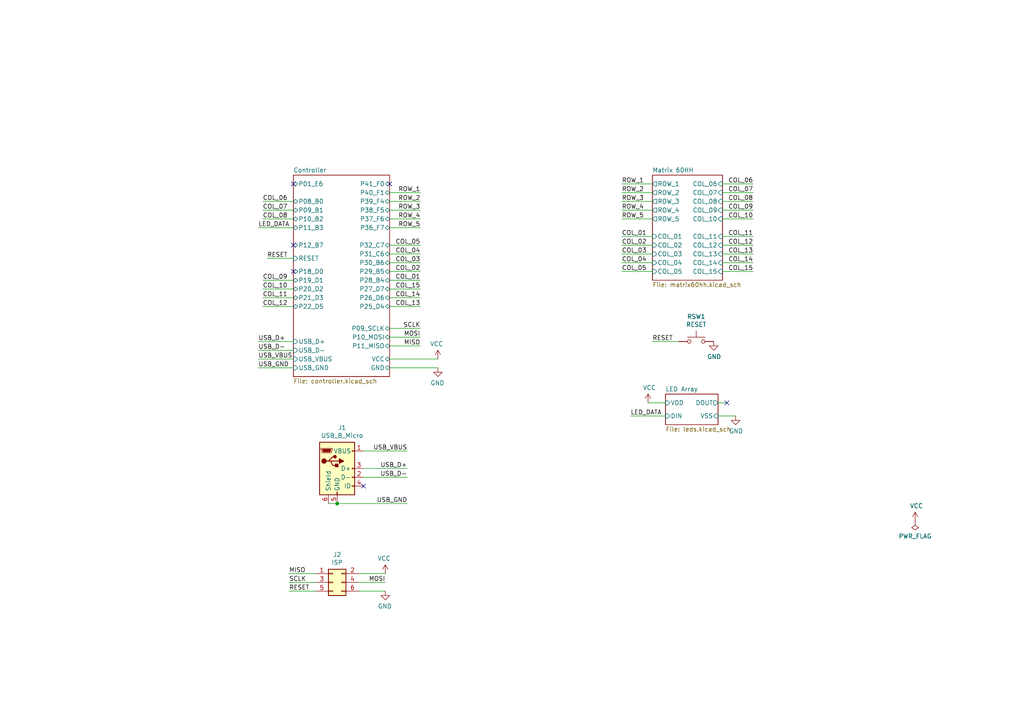
<source format=kicad_sch>
(kicad_sch (version 20211123) (generator eeschema)
  (paper "A4")
  (title_block (title "YUIOP60HH") (date "2022-02-05") (rev "5") (company "KaoriYa"))
  (lib_symbols
    (symbol "Connector:USB_B_Micro" (pin_names (offset 1.016))
      (property "Reference" "J" (at -5.08 11.43 0))
      (property "Value" "USB_B_Micro" (at -5.08 8.89 0))
      (symbol "USB_B_Micro_0_1"
        (rectangle (start -5.08 -7.62) (end 5.08 7.62) (stroke (width 0.254)) (fill (type background)))
        (circle (center -3.81 2.159) (radius 0.635) (stroke (width 0.254)) (fill (type outline)))
        (circle (center -0.635 3.429) (radius 0.381) (stroke (width 0.254)) (fill (type outline)))
        (rectangle (start -0.127 -7.62) (end 0.127 -6.858))
        (polyline (pts (xy -1.905 2.159) (xy 0.635 2.159)) (stroke (width 0.254)))
        (polyline (pts (xy -3.175 2.159) (xy -2.54 2.159) (xy -1.27 3.429) (xy -0.635 3.429)) (stroke (width 0.254)))
        (polyline (pts (xy -2.54 2.159) (xy -1.905 2.159) (xy -1.27 0.889) (xy 0 0.889)) (stroke (width 0.254)))
        (polyline (pts (xy 0.635 2.794) (xy 0.635 1.524) (xy 1.905 2.159) (xy 0.635 2.794)) (stroke (width 0.254)) (fill (type outline)))
        (polyline (pts (xy -4.318 5.588) (xy -1.778 5.588) (xy -2.032 4.826) (xy -4.064 4.826) (xy -4.318 5.588)) (fill (type outline)))
        (polyline (pts (xy -4.699 5.842) (xy -4.699 5.588) (xy -4.445 4.826) (xy -4.445 4.572) (xy -1.651 4.572) (xy -1.651 4.826) (xy -1.397 5.588) (xy -1.397 5.842) (xy -4.699 5.842)))
        (rectangle (start 0.254 1.27) (end -0.508 0.508) (stroke (width 0.254)) (fill (type outline)))
        (rectangle (start 5.08 -5.207) (end 4.318 -4.953))
        (rectangle (start 5.08 -2.667) (end 4.318 -2.413))
        (rectangle (start 5.08 -0.127) (end 4.318 0.127))
        (rectangle (start 5.08 4.953) (end 4.318 5.207))
      )
      (symbol "USB_B_Micro_1_1"
        (pin power_out line (at 7.62 5.08 180) (length 2.54) (name "VBUS") (number "1"))
        (pin bidirectional line (at 7.62 -2.54 180) (length 2.54) (name "D-") (number "2"))
        (pin bidirectional line (at 7.62 0 180) (length 2.54) (name "D+") (number "3"))
        (pin passive line (at 7.62 -5.08 180) (length 2.54) (name "ID") (number "4"))
        (pin power_out line (at 0 -10.16 90) (length 2.54) (name "GND") (number "5"))
        (pin passive line (at -2.54 -10.16 90) (length 2.54) (name "Shield") (number "6"))
      )
    )
    (symbol "Connector_Generic:Conn_02x03_Odd_Even" (pin_names (offset 1.016) hide)
      (property "Reference" "J" (at 1.27 5.08 0))
      (property "Value" "Conn_02x03_Odd_Even" (at 1.27 -5.08 0))
      (symbol "Conn_02x03_Odd_Even_1_1"
        (rectangle (start -1.27 -2.413) (end 0 -2.667) (stroke (width 0.1524)))
        (rectangle (start -1.27 0.127) (end 0 -0.127) (stroke (width 0.1524)))
        (rectangle (start -1.27 2.667) (end 0 2.413) (stroke (width 0.1524)))
        (rectangle (start -1.27 3.81) (end 3.81 -3.81) (stroke (width 0.254)) (fill (type background)))
        (rectangle (start 3.81 -2.413) (end 2.54 -2.667) (stroke (width 0.1524)))
        (rectangle (start 3.81 0.127) (end 2.54 -0.127) (stroke (width 0.1524)))
        (rectangle (start 3.81 2.667) (end 2.54 2.413) (stroke (width 0.1524)))
        (pin passive line (at -5.08 2.54 0) (length 3.81) (name "Pin_1") (number "1"))
        (pin passive line (at 7.62 2.54 180) (length 3.81) (name "Pin_2") (number "2"))
        (pin passive line (at -5.08 0 0) (length 3.81) (name "Pin_3") (number "3"))
        (pin passive line (at 7.62 0 180) (length 3.81) (name "Pin_4") (number "4"))
        (pin passive line (at -5.08 -2.54 0) (length 3.81) (name "Pin_5") (number "5"))
        (pin passive line (at 7.62 -2.54 180) (length 3.81) (name "Pin_6") (number "6"))
      )
    )
    (symbol "Switch:SW_Push" (pin_numbers hide) (pin_names (offset 1.016) hide)
      (property "Reference" "SW" (at 1.27 2.54 0))
      (property "Value" "SW_Push" (at 0 -1.524 0))
      (symbol "SW_Push_0_1"
        (circle (center -2.032 0) (radius 0.508))
        (polyline (pts (xy 0 1.27) (xy 0 3.048)))
        (polyline (pts (xy 2.54 1.27) (xy -2.54 1.27)))
        (circle (center 2.032 0) (radius 0.508))
        (pin passive line (at -5.08 0 0) (length 2.54) (name "1") (number "1"))
        (pin passive line (at 5.08 0 180) (length 2.54) (name "2") (number "2"))
      )
    )
    (symbol "power:GND" (power) (pin_names (offset 0))
      (property "Value" "GND" (at 0 -3.81 0))
      (symbol "GND_0_1"
        (polyline (pts (xy 0 0) (xy 0 -1.27) (xy 1.27 -1.27) (xy 0 -2.54) (xy -1.27 -1.27) (xy 0 -1.27)))
      )
      (symbol "GND_1_1"
        (pin power_in line (at 0 0 270) (length 0) hide (name "GND") (number "1"))
      )
    )
    (symbol "power:PWR_FLAG" (power) (pin_numbers hide) (pin_names (offset 0) hide)
      (property "Value" "PWR_FLAG" (at 0 3.81 0))
      (symbol "PWR_FLAG_0_0"
        (pin power_out line (at 0 0 90) (length 0) (name "pwr") (number "1"))
      )
      (symbol "PWR_FLAG_0_1"
        (polyline (pts (xy 0 0) (xy 0 1.27) (xy -1.016 1.905) (xy 0 2.54) (xy 1.016 1.905) (xy 0 1.27)))
      )
    )
    (symbol "power:VCC" (power) (pin_names (offset 0))
      (property "Value" "VCC" (at 0 3.81 0))
      (symbol "VCC_0_1"
        (polyline (pts (xy -0.762 1.27) (xy 0 2.54)))
        (polyline (pts (xy 0 0) (xy 0 2.54)))
        (polyline (pts (xy 0 2.54) (xy 0.762 1.27)))
      )
      (symbol "VCC_1_1"
        (pin power_in line (at 0 0 90) (length 0) hide (name "VCC") (number "1"))
      )
    )
  )
  (junction (at 97.79 146.05))
  (no_connect (at 105.41 140.97))
  (no_connect (at 210.82 116.84))
  (no_connect (at 85.09 71.12))
  (no_connect (at 85.09 53.34))
  (no_connect (at 113.03 53.34))
  (no_connect (at 85.09 78.74))
  (wire (pts (xy 121.92 76.2) (xy 113.03 76.2)))
  (wire (pts (xy 210.82 116.84) (xy 208.28 116.84)))
  (wire (pts (xy 218.44 78.74) (xy 209.55 78.74)))
  (wire (pts (xy 76.2 88.9) (xy 85.09 88.9)))
  (wire (pts (xy 113.03 106.68) (xy 127 106.68)))
  (wire (pts (xy 121.92 55.88) (xy 113.03 55.88)))
  (wire (pts (xy 121.92 73.66) (xy 113.03 73.66)))
  (wire (pts (xy 121.92 81.28) (xy 113.03 81.28)))
  (wire (pts (xy 121.92 60.96) (xy 113.03 60.96)))
  (wire (pts (xy 83.82 166.37) (xy 91.44 166.37)))
  (wire (pts (xy 76.2 86.36) (xy 85.09 86.36)))
  (wire (pts (xy 218.44 60.96) (xy 209.55 60.96)))
  (wire (pts (xy 121.92 97.79) (xy 113.03 97.79)))
  (wire (pts (xy 74.93 104.14) (xy 85.09 104.14)))
  (wire (pts (xy 74.93 101.6) (xy 85.09 101.6)))
  (wire (pts (xy 74.93 66.04) (xy 85.09 66.04)))
  (wire (pts (xy 218.44 55.88) (xy 209.55 55.88)))
  (wire (pts (xy 77.47 74.93) (xy 85.09 74.93)))
  (wire (pts (xy 121.92 88.9) (xy 113.03 88.9)))
  (wire (pts (xy 83.82 171.45) (xy 91.44 171.45)))
  (wire (pts (xy 180.34 78.74) (xy 189.23 78.74)))
  (wire (pts (xy 118.11 135.89) (xy 105.41 135.89)))
  (wire (pts (xy 180.34 53.34) (xy 189.23 53.34)))
  (wire (pts (xy 180.34 68.58) (xy 189.23 68.58)))
  (wire (pts (xy 76.2 63.5) (xy 85.09 63.5)))
  (wire (pts (xy 121.92 100.33) (xy 113.03 100.33)))
  (wire (pts (xy 127 104.14) (xy 113.03 104.14)))
  (wire (pts (xy 121.92 71.12) (xy 113.03 71.12)))
  (wire (pts (xy 121.92 66.04) (xy 113.03 66.04)))
  (wire (pts (xy 111.76 166.37) (xy 104.14 166.37)))
  (wire (pts (xy 180.34 63.5) (xy 189.23 63.5)))
  (wire (pts (xy 218.44 53.34) (xy 209.55 53.34)))
  (wire (pts (xy 218.44 73.66) (xy 209.55 73.66)))
  (wire (pts (xy 97.79 146.05) (xy 118.11 146.05)))
  (wire (pts (xy 121.92 63.5) (xy 113.03 63.5)))
  (wire (pts (xy 121.92 95.25) (xy 113.03 95.25)))
  (wire (pts (xy 189.23 99.06) (xy 196.85 99.06)))
  (wire (pts (xy 104.14 171.45) (xy 111.76 171.45)))
  (wire (pts (xy 76.2 81.28) (xy 85.09 81.28)))
  (wire (pts (xy 180.34 55.88) (xy 189.23 55.88)))
  (wire (pts (xy 85.09 99.06) (xy 74.93 99.06)))
  (wire (pts (xy 208.28 120.65) (xy 213.36 120.65)))
  (wire (pts (xy 121.92 58.42) (xy 113.03 58.42)))
  (wire (pts (xy 180.34 76.2) (xy 189.23 76.2)))
  (wire (pts (xy 218.44 68.58) (xy 209.55 68.58)))
  (wire (pts (xy 180.34 58.42) (xy 189.23 58.42)))
  (wire (pts (xy 121.92 83.82) (xy 113.03 83.82)))
  (wire (pts (xy 180.34 73.66) (xy 189.23 73.66)))
  (wire (pts (xy 182.88 120.65) (xy 193.04 120.65)))
  (wire (pts (xy 218.44 58.42) (xy 209.55 58.42)))
  (wire (pts (xy 76.2 60.96) (xy 85.09 60.96)))
  (wire (pts (xy 218.44 76.2) (xy 209.55 76.2)))
  (wire (pts (xy 180.34 60.96) (xy 189.23 60.96)))
  (wire (pts (xy 121.92 78.74) (xy 113.03 78.74)))
  (wire (pts (xy 76.2 83.82) (xy 85.09 83.82)))
  (wire (pts (xy 95.25 146.05) (xy 97.79 146.05)))
  (wire (pts (xy 218.44 71.12) (xy 209.55 71.12)))
  (wire (pts (xy 76.2 58.42) (xy 85.09 58.42)))
  (wire (pts (xy 104.14 168.91) (xy 111.76 168.91)))
  (wire (pts (xy 121.92 86.36) (xy 113.03 86.36)))
  (wire (pts (xy 74.93 106.68) (xy 85.09 106.68)))
  (wire (pts (xy 218.44 63.5) (xy 209.55 63.5)))
  (wire (pts (xy 118.11 138.43) (xy 105.41 138.43)))
  (wire (pts (xy 187.96 116.84) (xy 193.04 116.84)))
  (wire (pts (xy 118.11 130.81) (xy 105.41 130.81)))
  (wire (pts (xy 91.44 168.91) (xy 83.82 168.91)))
  (wire (pts (xy 180.34 71.12) (xy 189.23 71.12)))
  (label "ROW_5" (at 180.34 63.5 0))
  (label "COL_14" (at 218.44 76.2 180))
  (label "MISO" (at 83.82 166.37 0))
  (label "COL_05" (at 180.34 78.74 0))
  (label "ROW_3" (at 180.34 58.42 0))
  (label "USB_D+" (at 118.11 135.89 180))
  (label "COL_11" (at 76.2 86.36 0))
  (label "ROW_4" (at 180.34 60.96 0))
  (label "COL_15" (at 218.44 78.74 180))
  (label "USB_GND" (at 74.93 106.68 0))
  (label "SCLK" (at 121.92 95.25 180))
  (label "COL_05" (at 121.92 71.12 180))
  (label "USB_D+" (at 74.93 99.06 0))
  (label "COL_01" (at 121.92 81.28 180))
  (label "COL_09" (at 76.2 81.28 0))
  (label "COL_06" (at 218.44 53.34 180))
  (label "ROW_4" (at 121.92 63.5 180))
  (label "COL_10" (at 218.44 63.5 180))
  (label "COL_11" (at 218.44 68.58 180))
  (label "COL_07" (at 218.44 55.88 180))
  (label "SCLK" (at 83.82 168.91 0))
  (label "COL_03" (at 180.34 73.66 0))
  (label "USB_D-" (at 118.11 138.43 180))
  (label "COL_12" (at 218.44 71.12 180))
  (label "ROW_1" (at 180.34 53.34 0))
  (label "COL_07" (at 76.2 60.96 0))
  (label "RESET" (at 77.47 74.93 0))
  (label "USB_VBUS" (at 118.11 130.81 180))
  (label "USB_VBUS" (at 74.93 104.14 0))
  (label "COL_13" (at 218.44 73.66 180))
  (label "MOSI" (at 111.76 168.91 180))
  (label "COL_03" (at 121.92 76.2 180))
  (label "MISO" (at 121.92 100.33 180))
  (label "COL_12" (at 76.2 88.9 0))
  (label "COL_13" (at 121.92 88.9 180))
  (label "COL_06" (at 76.2 58.42 0))
  (label "COL_15" (at 121.92 83.82 180))
  (label "ROW_5" (at 121.92 66.04 180))
  (label "ROW_1" (at 121.92 55.88 180))
  (label "ROW_2" (at 121.92 58.42 180))
  (label "ROW_3" (at 121.92 60.96 180))
  (label "MOSI" (at 121.92 97.79 180))
  (label "RESET" (at 189.23 99.06 0))
  (label "COL_01" (at 180.34 68.58 0))
  (label "COL_09" (at 218.44 60.96 180))
  (label "COL_02" (at 180.34 71.12 0))
  (label "LED_DATA" (at 74.93 66.04 0))
  (label "USB_D-" (at 74.93 101.6 0))
  (label "COL_08" (at 76.2 63.5 0))
  (label "LED_DATA" (at 182.88 120.65 0))
  (label "COL_04" (at 121.92 73.66 180))
  (label "ROW_2" (at 180.34 55.88 0))
  (label "COL_14" (at 121.92 86.36 180))
  (label "COL_04" (at 180.34 76.2 0))
  (label "COL_08" (at 218.44 58.42 180))
  (label "COL_02" (at 121.92 78.74 180))
  (label "USB_GND" (at 118.11 146.05 180))
  (label "COL_10" (at 76.2 83.82 0))
  (label "RESET" (at 83.82 171.45 0))
  (symbol (lib_id "power:VCC") (at 265.43 151.13 0) (unit 1)
    (property "Reference" "#PWR0106" (effects hide))
    (property "Value" "VCC" (at 265.811 146.7358 0))
  )
  (symbol (lib_id "power:PWR_FLAG") (at 265.43 151.13 180) (unit 1)
    (property "Reference" "#FLG0101" (effects hide))
    (property "Value" "PWR_FLAG" (at 265.43 155.5242 0))
  )
  (symbol (lib_id "Switch:SW_Push") (at 201.93 99.06 0) (unit 1)
    (property "Reference" "RSW1" (at 201.93 91.821 0))
    (property "Value" "RESET" (at 201.93 94.1324 0))
    (property "Footprint" "Button_Switch_SMD:SW_Push_1P1T_NO_6x6mm_H9.5mm" (effects hide))
    (property "Datasheet" "https://akizukidenshi.com/catalog/g/gP-09361/" (effects hide))
  )
  (symbol (lib_id "power:VCC") (at 187.96 116.84 0) (unit 1)
    (property "Reference" "#PWR0101" (effects hide))
    (property "Value" "VCC" (at 188.341 112.4458 0))
  )
  (symbol (lib_id "power:GND") (at 213.36 120.65 0) (unit 1)
    (property "Reference" "#PWR0102" (effects hide))
    (property "Value" "GND" (at 213.487 125.0442 0))
  )
  (symbol (lib_id "power:GND") (at 207.01 99.06 0) (unit 1)
    (property "Reference" "#PWR0103" (effects hide))
    (property "Value" "GND" (at 207.137 103.4542 0))
  )
  (symbol (lib_id "Connector:USB_B_Micro") (at 97.79 135.89 0) (unit 1)
    (property "Reference" "J1" (at 99.2378 124.0282 0))
    (property "Value" "USB_B_Micro" (at 99.2378 126.3396 0))
    (property "Footprint" "Connector_USB:USB_Micro-B_Amphenol_10103594-0001LF_Horizontal" (effects hide))
  )
  (symbol (lib_id "power:VCC") (at 127 104.14 0) (mirror y) (unit 1)
    (property "Reference" "#PWR0104" (effects hide))
    (property "Value" "VCC" (at 126.619 99.7458 0))
  )
  (symbol (lib_id "power:GND") (at 127 106.68 0) (mirror y) (unit 1)
    (property "Reference" "#PWR0105" (effects hide))
    (property "Value" "GND" (at 126.873 111.0742 0))
  )
  (symbol (lib_id "Connector_Generic:Conn_02x03_Odd_Even") (at 96.52 168.91 0) (unit 1)
    (property "Reference" "J2" (at 97.79 160.8582 0))
    (property "Value" "ISP" (at 97.79 163.1696 0))
    (property "Footprint" "Connector_PinHeader_2.54mm:PinHeader_2x03_P2.54mm_Vertical" (effects hide))
  )
  (symbol (lib_id "power:VCC") (at 111.76 166.37 0) (mirror y) (unit 1)
    (property "Reference" "#PWR0107" (effects hide))
    (property "Value" "VCC" (at 111.379 161.9758 0))
  )
  (symbol (lib_id "power:GND") (at 111.76 171.45 0) (mirror y) (unit 1)
    (property "Reference" "#PWR0108" (effects hide))
    (property "Value" "GND" (at 111.633 175.8442 0))
  )
  (sheet (at 193.04 114.3) (size 15.24 8.89)
    (property "Sheet name" "LED Array" (at 193.04 113.5884 0) (effects (justify left bottom)))
    (property "Sheet file" "leds.kicad_sch" (at 193.04 123.7746 0) (effects (justify left top)))
    (pin "VDD" input (at 193.04 116.84 180))
    (pin "VSS" input (at 208.28 120.65 0))
    (pin "DIN" input (at 193.04 120.65 180))
    (pin "DOUT" output (at 208.28 116.84 0))
  )
  (sheet (at 85.09 50.8) (size 27.94 58.42)
    (property "Sheet name" "Controller" (at 85.09 50.0884 0) (effects (justify left bottom)))
    (property "Sheet file" "controller.kicad_sch" (at 85.09 109.8046 0) (effects (justify left top)))
    (pin "P08_B0" bidirectional (at 85.09 58.42 180))
    (pin "P28_B4" bidirectional (at 113.03 81.28 0))
    (pin "P29_B5" bidirectional (at 113.03 78.74 0))
    (pin "P30_B6" bidirectional (at 113.03 76.2 0))
    (pin "P12_B7" bidirectional (at 85.09 71.12 180))
    (pin "P31_C6" bidirectional (at 113.03 73.66 0))
    (pin "P32_C7" bidirectional (at 113.03 71.12 0))
    (pin "P18_D0" bidirectional (at 85.09 78.74 180))
    (pin "P19_D1" bidirectional (at 85.09 81.28 180))
    (pin "P20_D2" bidirectional (at 85.09 83.82 180))
    (pin "P21_D3" bidirectional (at 85.09 86.36 180))
    (pin "P25_D4" bidirectional (at 113.03 88.9 0))
    (pin "P22_D5" bidirectional (at 85.09 88.9 180))
    (pin "P26_D6" bidirectional (at 113.03 86.36 0))
    (pin "P27_D7" bidirectional (at 113.03 83.82 0))
    (pin "P01_E6" bidirectional (at 85.09 53.34 180))
    (pin "P41_F0" bidirectional (at 113.03 53.34 0))
    (pin "P40_F1" bidirectional (at 113.03 55.88 0))
    (pin "P39_F4" bidirectional (at 113.03 58.42 0))
    (pin "P38_F5" bidirectional (at 113.03 60.96 0))
    (pin "P37_F6" bidirectional (at 113.03 63.5 0))
    (pin "P36_F7" bidirectional (at 113.03 66.04 0))
    (pin "VCC" bidirectional (at 113.03 104.14 0))
    (pin "GND" bidirectional (at 113.03 106.68 0))
    (pin "RESET" input (at 85.09 74.93 180))
    (pin "USB_VBUS" input (at 85.09 104.14 180))
    (pin "USB_D+" input (at 85.09 99.06 180))
    (pin "USB_D-" input (at 85.09 101.6 180))
    (pin "USB_GND" input (at 85.09 106.68 180))
    (pin "P09_B1" bidirectional (at 85.09 60.96 180))
    (pin "P10_B2" bidirectional (at 85.09 63.5 180))
    (pin "P10_MOSI" bidirectional (at 113.03 97.79 0))
    (pin "P11_B3" bidirectional (at 85.09 66.04 180))
    (pin "P11_MISO" bidirectional (at 113.03 100.33 0))
    (pin "P09_SCLK" bidirectional (at 113.03 95.25 0))
  )
  (sheet (at 189.23 50.8) (size 20.32 30.48)
    (property "Sheet name" "Matrix 60HH" (at 189.23 50.0884 0) (effects (justify left bottom)))
    (property "Sheet file" "matrix60hh.kicad_sch" (at 189.23 81.8646 0) (effects (justify left top)))
    (pin "ROW_1" output (at 189.23 53.34 180))
    (pin "ROW_2" output (at 189.23 55.88 180))
    (pin "ROW_3" output (at 189.23 58.42 180))
    (pin "ROW_4" output (at 189.23 60.96 180))
    (pin "ROW_5" output (at 189.23 63.5 180))
    (pin "COL_01" input (at 189.23 68.58 180))
    (pin "COL_02" input (at 189.23 71.12 180))
    (pin "COL_03" input (at 189.23 73.66 180))
    (pin "COL_04" input (at 189.23 76.2 180))
    (pin "COL_05" input (at 189.23 78.74 180))
    (pin "COL_06" input (at 209.55 53.34 0))
    (pin "COL_07" input (at 209.55 55.88 0))
    (pin "COL_08" input (at 209.55 58.42 0))
    (pin "COL_09" input (at 209.55 60.96 0))
    (pin "COL_10" input (at 209.55 63.5 0))
    (pin "COL_11" input (at 209.55 68.58 0))
    (pin "COL_12" input (at 209.55 71.12 0))
    (pin "COL_13" input (at 209.55 73.66 0))
    (pin "COL_14" input (at 209.55 76.2 0))
    (pin "COL_15" input (at 209.55 78.74 0))
  )
)
</source>
